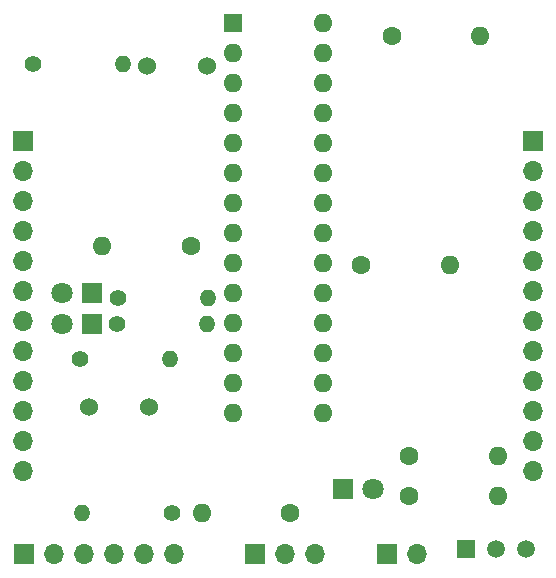
<source format=gbr>
%TF.GenerationSoftware,KiCad,Pcbnew,7.0.1*%
%TF.CreationDate,2023-04-20T16:33:22-05:00*%
%TF.ProjectId,pic32mx,70696333-326d-4782-9e6b-696361645f70,rev?*%
%TF.SameCoordinates,Original*%
%TF.FileFunction,Soldermask,Top*%
%TF.FilePolarity,Negative*%
%FSLAX46Y46*%
G04 Gerber Fmt 4.6, Leading zero omitted, Abs format (unit mm)*
G04 Created by KiCad (PCBNEW 7.0.1) date 2023-04-20 16:33:22*
%MOMM*%
%LPD*%
G01*
G04 APERTURE LIST*
%ADD10R,1.700000X1.700000*%
%ADD11O,1.700000X1.700000*%
%ADD12C,1.400000*%
%ADD13O,1.400000X1.400000*%
%ADD14C,1.524000*%
%ADD15C,1.600000*%
%ADD16O,1.600000X1.600000*%
%ADD17R,1.800000X1.800000*%
%ADD18C,1.800000*%
%ADD19R,1.600000X1.600000*%
%ADD20R,1.500000X1.500000*%
%ADD21C,1.500000*%
G04 APERTURE END LIST*
D10*
%TO.C,J4*%
X146590000Y-62500000D03*
D11*
X146590000Y-65040000D03*
X146590000Y-67580000D03*
X146590000Y-70120000D03*
X146590000Y-72660000D03*
X146590000Y-75200000D03*
X146590000Y-77740000D03*
X146590000Y-80280000D03*
X146590000Y-82820000D03*
X146590000Y-85360000D03*
X146590000Y-87900000D03*
X146590000Y-90440000D03*
%TD*%
D12*
%TO.C,R2*%
X111400000Y-75800000D03*
D13*
X119020000Y-75800000D03*
%TD*%
D12*
%TO.C,R1*%
X111380000Y-78000000D03*
D13*
X119000000Y-78000000D03*
%TD*%
D14*
%TO.C,SW1*%
X109000000Y-85000000D03*
X114080000Y-85000000D03*
%TD*%
D12*
%TO.C,R3*%
X108190000Y-81000000D03*
D13*
X115810000Y-81000000D03*
%TD*%
D10*
%TO.C,J1*%
X103460000Y-97500000D03*
D11*
X106000000Y-97500000D03*
X108540000Y-97500000D03*
X111080000Y-97500000D03*
X113620000Y-97500000D03*
X116160000Y-97500000D03*
%TD*%
D14*
%TO.C,SW2*%
X118940000Y-56200000D03*
X113860000Y-56200000D03*
%TD*%
D15*
%TO.C,C4*%
X126000000Y-94000000D03*
D16*
X118500000Y-94000000D03*
%TD*%
D10*
%TO.C,J2*%
X134175000Y-97500000D03*
D11*
X136715000Y-97500000D03*
%TD*%
D17*
%TO.C,D3*%
X130460000Y-92000000D03*
D18*
X133000000Y-92000000D03*
%TD*%
D15*
%TO.C,C3*%
X134600000Y-53600000D03*
D16*
X142100000Y-53600000D03*
%TD*%
D15*
%TO.C,C1*%
X117600000Y-71400000D03*
D16*
X110100000Y-71400000D03*
%TD*%
D10*
%TO.C,SW3*%
X123050000Y-97500000D03*
D11*
X125590000Y-97500000D03*
X128130000Y-97500000D03*
%TD*%
D17*
%TO.C,D1*%
X109250000Y-78000000D03*
D18*
X106710000Y-78000000D03*
%TD*%
D10*
%TO.C,J3*%
X103410000Y-62500000D03*
D11*
X103410000Y-65040000D03*
X103410000Y-67580000D03*
X103410000Y-70120000D03*
X103410000Y-72660000D03*
X103410000Y-75200000D03*
X103410000Y-77740000D03*
X103410000Y-80280000D03*
X103410000Y-82820000D03*
X103410000Y-85360000D03*
X103410000Y-87900000D03*
X103410000Y-90440000D03*
%TD*%
D15*
%TO.C,C6*%
X136100000Y-89150000D03*
D16*
X143600000Y-89150000D03*
%TD*%
D15*
%TO.C,C5*%
X136100000Y-92600000D03*
D16*
X143600000Y-92600000D03*
%TD*%
D12*
%TO.C,R5*%
X116000000Y-94000000D03*
D13*
X108380000Y-94000000D03*
%TD*%
D17*
%TO.C,D2*%
X109200000Y-75400000D03*
D18*
X106660000Y-75400000D03*
%TD*%
D19*
%TO.C,PIC32MX170F256B1*%
X121190000Y-52500000D03*
D16*
X121190000Y-55040000D03*
X121190000Y-57580000D03*
X121190000Y-60120000D03*
X121190000Y-62660000D03*
X121190000Y-65200000D03*
X121190000Y-67740000D03*
X121190000Y-70280000D03*
X121190000Y-72820000D03*
X121190000Y-75360000D03*
X121190000Y-77900000D03*
X121190000Y-80440000D03*
X121190000Y-82980000D03*
X121190000Y-85520000D03*
X128810000Y-85520000D03*
X128810000Y-82980000D03*
X128810000Y-80440000D03*
X128810000Y-77900000D03*
X128810000Y-75360000D03*
X128810000Y-72820000D03*
X128810000Y-70280000D03*
X128810000Y-67740000D03*
X128810000Y-65200000D03*
X128810000Y-62660000D03*
X128810000Y-60120000D03*
X128810000Y-57580000D03*
X128810000Y-55040000D03*
X128810000Y-52500000D03*
%TD*%
D12*
%TO.C,R4*%
X104190000Y-56000000D03*
D13*
X111810000Y-56000000D03*
%TD*%
D20*
%TO.C,U1*%
X140920000Y-97050000D03*
D21*
X143460000Y-97050000D03*
X146000000Y-97050000D03*
%TD*%
D15*
%TO.C,C2*%
X132000000Y-73000000D03*
D16*
X139500000Y-73000000D03*
%TD*%
M02*

</source>
